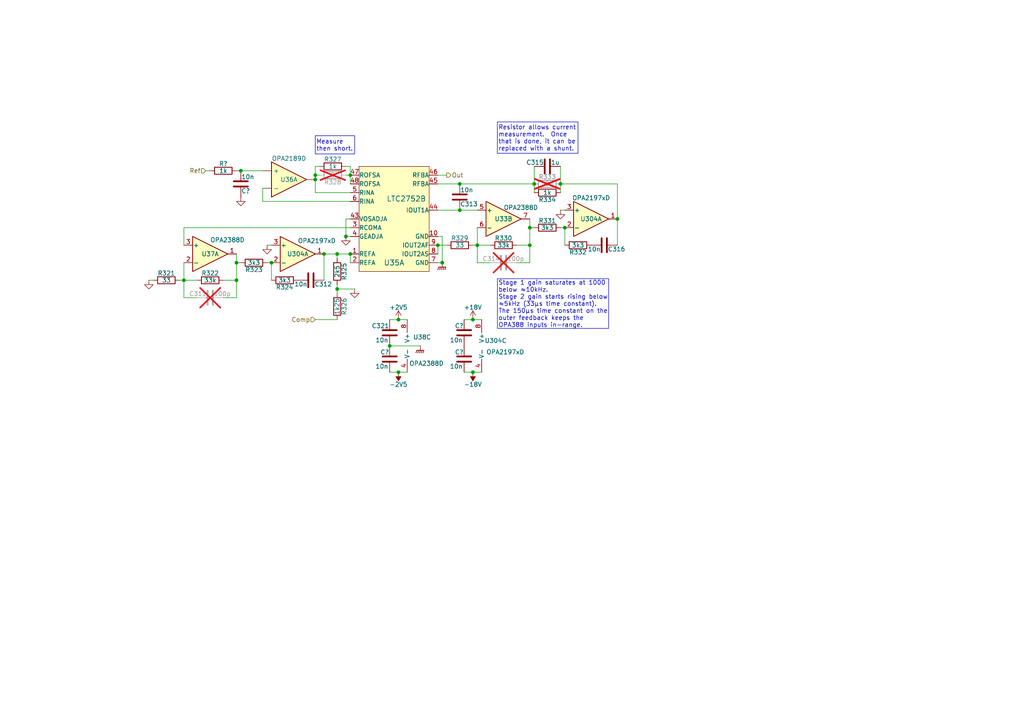
<source format=kicad_sch>
(kicad_sch (version 20250114) (generator "eeschema") (generator_version "9.0")
  (paper "A4")
  (lib_symbols
    (symbol "Amplifier_Operational:OPA2197xD" (pin_names (offset 0.127))
      (property "Reference" "U" (at 2.54 6.35 0))
      (property "Value" "OPA2197xD" (at 2.54 3.81 0))
      (symbol "OPA2197xD_1_1"
        (polyline (pts (xy 5.08 0) (xy -5.08 5.08) (xy -5.08 -5.08) (xy 5.08 0)) (stroke (width 0.254)) (fill (type background)))
        (pin input line (at -7.62 2.54 0) (length 2.54) (name "+") (number "3"))
        (pin input line (at -7.62 -2.54 0) (length 2.54) (name "-") (number "2"))
        (pin output line (at 7.62 0 180) (length 2.54) (name "~") (number "1"))
      )
      (symbol "OPA2197xD_2_1"
        (polyline (pts (xy 5.08 0) (xy -5.08 5.08) (xy -5.08 -5.08) (xy 5.08 0)) (stroke (width 0.254)) (fill (type background)))
        (pin input line (at -7.62 2.54 0) (length 2.54) (name "+") (number "5"))
        (pin input line (at -7.62 -2.54 0) (length 2.54) (name "-") (number "6"))
        (pin output line (at 7.62 0 180) (length 2.54) (name "~") (number "7"))
      )
      (symbol "OPA2197xD_3_1"
        (pin power_in line (at 0 7.62 270) (length 3.81) (name "V+") (number "8"))
        (pin power_in line (at 0 -7.62 90) (length 3.81) (name "V-") (number "4"))
      )
    )
    (symbol "Device:C" (pin_numbers (hide yes)) (pin_names (offset 0.254))
      (property "Reference" "C" (at 0.635 2.54 0))
      (property "Value" "C" (at 0.635 -2.54 0))
      (symbol "C_0_1"
        (polyline (pts (xy -2.032 0.762) (xy 2.032 0.762)) (stroke (width 0.508)))
        (polyline (pts (xy -2.032 -0.762) (xy 2.032 -0.762)) (stroke (width 0.508)))
      )
      (symbol "C_1_1"
        (pin passive line (at 0 3.81 270) (length 2.794) (name "~") (number "1"))
        (pin passive line (at 0 -3.81 90) (length 2.794) (name "~") (number "2"))
      )
    )
    (symbol "Device:R" (pin_numbers (hide yes)) (pin_names (offset 0))
      (property "Reference" "R" (at 2.032 0 90))
      (property "Value" "R" (at 0 0 90))
      (symbol "R_0_1"
        (rectangle (start -1.016 -2.54) (end 1.016 2.54) (stroke (width 0.254)))
      )
      (symbol "R_1_1"
        (pin passive line (at 0 3.81 270) (length 1.27) (name "~") (number "1"))
        (pin passive line (at 0 -3.81 90) (length 1.27) (name "~") (number "2"))
      )
    )
    (symbol "External:-18V" (power) (pin_numbers (hide yes)) (pin_names (offset 0) (hide yes))
      (property "Value" "-18V" (at 0 -3.556 0))
      (symbol "-18V_0_0"
        (pin power_in line (at 0 0 270) (length 0) (name "~") (number "1"))
      )
      (symbol "-18V_0_1"
        (polyline (pts (xy 0 0) (xy 0 -1.27) (xy -0.762 -1.27) (xy 0 -2.54) (xy 0.762 -1.27) (xy 0 -1.27)) (fill (type outline)))
      )
    )
    (symbol "Parts:+18V" (power) (pin_numbers (hide yes)) (pin_names (offset 0) (hide yes))
      (property "Value" "+18V" (at 0 3.556 0))
      (symbol "+18V_0_1"
        (polyline (pts (xy -0.762 1.27) (xy 0 2.54)))
        (polyline (pts (xy 0 2.54) (xy 0.762 1.27)))
        (polyline (pts (xy 0 0) (xy 0 2.54)))
      )
      (symbol "+18V_1_1"
        (pin power_in line (at 0 0 90) (length 0) (name "~") (number "1"))
      )
    )
    (symbol "Parts:LTC2752B_split" (pin_names (offset 0.002))
      (property "Reference" "U" (at 0 0 0))
      (property "Value" "LTC2752B" (at 3.048 6.096 0))
      (symbol "LTC2752B_split_0_1"
        (rectangle (start -10.16 15.24) (end 10.16 -15.24) (fill (type background)))
      )
      (symbol "LTC2752B_split_1_1"
        (pin passive line (at -12.7 12.7 0) (length 2.54) (name "ROFSA") (number "47"))
        (pin passive line (at -12.7 10.16 0) (length 2.54) (name "ROFSA") (number "48"))
        (pin input line (at -12.7 7.62 0) (length 2.54) (name "RINA") (number "5"))
        (pin input line (at -12.7 5.08 0) (length 2.54) (name "RINA") (number "6"))
        (pin passive line (at -12.7 0 0) (length 2.54) (name "VOSADJA") (number "43"))
        (pin passive line (at -12.7 -2.54 0) (length 2.54) (name "RCOMA") (number "3"))
        (pin passive line (at -12.7 -5.08 0) (length 2.54) (name "GEADJA") (number "4"))
        (pin passive line (at -12.7 -10.16 0) (length 2.54) (name "REFA") (number "1"))
        (pin passive line (at -12.7 -12.7 0) (length 2.54) (name "REFA") (number "2"))
        (pin passive line (at 12.7 12.7 180) (length 2.54) (name "RFBA") (number "46"))
        (pin passive line (at 12.7 10.16 180) (length 2.54) (name "RFBA") (number "45"))
        (pin passive line (at 12.7 2.54 180) (length 2.54) (name "IOUT1A") (number "44"))
        (pin power_in line (at 12.7 -5.08 180) (length 2.54) (name "GND") (number "10"))
        (pin passive line (at 12.7 -7.62 180) (length 2.54) (name "IOUT2AF") (number "9"))
        (pin passive line (at 12.7 -10.16 180) (length 2.54) (name "IOUT2AS") (number "8"))
        (pin power_in line (at 12.7 -12.7 180) (length 2.54) (name "GND") (number "7"))
      )
      (symbol "LTC2752B_split_2_1"
        (pin passive line (at -12.7 12.7 0) (length 2.54) (name "ROFSB") (number "37"))
        (pin passive line (at -12.7 10.16 0) (length 2.54) (name "ROFSB") (number "38"))
        (pin input line (at -12.7 7.62 0) (length 2.54) (name "RINB") (number "31"))
        (pin input line (at -12.7 5.08 0) (length 2.54) (name "RINB") (number "32"))
        (pin passive line (at -12.7 0 0) (length 2.54) (name "VOSADJB") (number "42"))
        (pin passive line (at -12.7 -2.54 0) (length 2.54) (name "RCOMB") (number "34"))
        (pin passive line (at -12.7 -5.08 0) (length 2.54) (name "GEADJB") (number "33"))
        (pin passive line (at -12.7 -10.16 0) (length 2.54) (name "REFB") (number "35"))
        (pin passive line (at -12.7 -12.7 0) (length 2.54) (name "REFB") (number "36"))
        (pin passive line (at 12.7 12.7 180) (length 2.54) (name "RFBB") (number "39"))
        (pin passive line (at 12.7 10.16 180) (length 2.54) (name "RFBB") (number "40"))
        (pin passive line (at 12.7 2.54 180) (length 2.54) (name "IOUT1B") (number "41"))
        (pin power_in line (at 12.7 -5.08 180) (length 2.54) (name "GND") (number "30"))
        (pin passive line (at 12.7 -7.62 180) (length 2.54) (name "IOUT2BS") (number "29"))
        (pin passive line (at 12.7 -10.16 180) (length 2.54) (name "IOUT2BF") (number "28"))
        (pin power_in line (at 12.7 -12.7 180) (length 2.54) (name "GND") (number "27"))
      )
      (symbol "LTC2752B_split_3_1"
        (pin input line (at -12.7 10.16 0) (length 2.54) (name "~{CS}/LD") (number "11"))
        (pin input line (at -12.7 7.62 0) (length 2.54) (name "SDI") (number "12"))
        (pin input line (at -12.7 5.08 0) (length 2.54) (name "SCK") (number "13"))
        (pin output line (at -12.7 2.54 0) (length 2.54) (name "SRO") (number "14"))
        (pin power_in line (at -12.7 -2.54 0) (length 2.54) (name "VDD") (number "16"))
        (pin power_in line (at -12.7 -10.16 0) (length 2.54) (name "GND") (number "15"))
        (pin power_in line (at -12.7 -10.16 0) (length 2.54) (hide yes) (name "GND") (number "17"))
        (pin power_in line (at -12.7 -10.16 0) (length 2.54) (hide yes) (name "GND") (number "18"))
        (pin input line (at 12.7 10.16 180) (length 2.54) (name "~{LDAC}") (number "26"))
        (pin output line (at 12.7 7.62 180) (length 2.54) (name "~{RFLAG}") (number "20"))
        (pin input line (at 12.7 5.08 180) (length 2.54) (name "~{CLR}") (number "19"))
        (pin input line (at 12.7 0 180) (length 2.54) (name "S2") (number "25"))
        (pin input line (at 12.7 -2.54 180) (length 2.54) (name "S1") (number "24"))
        (pin input line (at 12.7 -5.08 180) (length 2.54) (name "S0") (number "23"))
        (pin input line (at 12.7 -7.62 180) (length 2.54) (name "M-SPAN") (number "22"))
        (pin no_connect line (at 12.7 -10.16 180) (length 2.54) (name "DNC") (number "21"))
      )
    )
    (symbol "Parts:OPA2189D" (pin_numbers (hide yes))
      (property "Reference" "U" (at 0 0 0))
      (property "Value" "OPA2189D" (at 3.81 -3.81 0))
      (symbol "OPA2189D_1_1"
        (unit_name "A")
        (polyline (pts (xy -5.08 5.08) (xy 5.08 0) (xy -5.08 -5.08) (xy -5.08 5.08)) (stroke (width 0.254)) (fill (type background)))
        (pin input line (at -7.62 2.54 0) (length 2.54) (name "+") (number "3"))
        (pin input line (at -7.62 -2.54 0) (length 2.54) (name "-") (number "2"))
        (pin output line (at 7.62 0 180) (length 2.54) (name "~") (number "1"))
      )
      (symbol "OPA2189D_2_1"
        (unit_name "B")
        (polyline (pts (xy -5.08 5.08) (xy 5.08 0) (xy -5.08 -5.08) (xy -5.08 5.08)) (stroke (width 0.254)) (fill (type background)))
        (pin input line (at -7.62 2.54 0) (length 2.54) (name "+") (number "5"))
        (pin input line (at -7.62 -2.54 0) (length 2.54) (name "-") (number "6"))
        (pin output line (at 7.62 0 180) (length 2.54) (name "~") (number "7"))
      )
      (symbol "OPA2189D_3_1"
        (unit_name "Power")
        (rectangle (start -5.08 5.08) (end 5.08 -5.08) (fill (type background)))
        (pin power_in line (at 0 7.62 270) (length 2.54) (name "V+") (number "8"))
        (pin power_in line (at 0 -7.62 90) (length 2.54) (name "V-") (number "4"))
      )
    )
    (symbol "Parts:OPA2388D" (pin_names (offset 0.127))
      (property "Reference" "U" (at 2.54 6.35 0))
      (property "Value" "OPA2388D" (at 2.54 3.81 0))
      (symbol "OPA2388D_1_1"
        (polyline (pts (xy 5.08 0) (xy -5.08 5.08) (xy -5.08 -5.08) (xy 5.08 0)) (stroke (width 0.254)) (fill (type background)))
        (pin input line (at -7.62 2.54 0) (length 2.54) (name "+") (number "3"))
        (pin input line (at -7.62 -2.54 0) (length 2.54) (name "-") (number "2"))
        (pin output line (at 7.62 0 180) (length 2.54) (name "~") (number "1"))
      )
      (symbol "OPA2388D_2_1"
        (polyline (pts (xy 5.08 0) (xy -5.08 5.08) (xy -5.08 -5.08) (xy 5.08 0)) (stroke (width 0.254)) (fill (type background)))
        (pin input line (at -7.62 2.54 0) (length 2.54) (name "+") (number "5"))
        (pin input line (at -7.62 -2.54 0) (length 2.54) (name "-") (number "6"))
        (pin output line (at 7.62 0 180) (length 2.54) (name "~") (number "7"))
      )
      (symbol "OPA2388D_3_1"
        (pin power_in line (at 0 7.62 270) (length 3.81) (name "V+") (number "8"))
        (pin power_in line (at 0 -7.62 90) (length 3.81) (name "V-") (number "4"))
      )
    )
    (symbol "power:+2V5" (power) (pin_numbers (hide yes)) (pin_names (offset 0) (hide yes))
      (property "Value" "+2V5" (at 0 3.556 0))
      (symbol "+2V5_0_1"
        (polyline (pts (xy -0.762 1.27) (xy 0 2.54)))
        (polyline (pts (xy 0 2.54) (xy 0.762 1.27)))
        (polyline (pts (xy 0 0) (xy 0 2.54)))
      )
      (symbol "+2V5_1_1"
        (pin power_in line (at 0 0 90) (length 0) (name "~") (number "1"))
      )
    )
    (symbol "power:-2V5" (power) (pin_numbers (hide yes)) (pin_names (offset 0) (hide yes))
      (property "Value" "-2V5" (at 0 3.556 0))
      (symbol "-2V5_0_0"
        (pin power_in line (at 0 0 90) (length 0) (name "~") (number "1"))
      )
      (symbol "-2V5_0_1"
        (polyline (pts (xy 0 0) (xy 0 1.27) (xy 0.762 1.27) (xy 0 2.54) (xy -0.762 1.27) (xy 0 1.27)) (fill (type outline)))
      )
    )
    (symbol "power:GND" (power) (pin_numbers (hide yes)) (pin_names (offset 0) (hide yes))
      (property "Value" "GND" (at 0 -3.81 0))
      (symbol "GND_0_1"
        (polyline (pts (xy 0 0) (xy 0 -1.27) (xy 1.27 -1.27) (xy 0 -2.54) (xy -1.27 -1.27) (xy 0 -1.27)))
      )
      (symbol "GND_1_1"
        (pin power_in line (at 0 0 270) (length 0) (name "~") (number "1"))
      )
    )
    (symbol "power:GNDPWR" (power) (pin_numbers (hide yes)) (pin_names (offset 0) (hide yes))
      (property "Value" "GNDPWR" (at 0 -3.302 0))
      (symbol "GNDPWR_0_1"
        (polyline (pts (xy -1.016 -1.27) (xy -1.27 -2.032) (xy -1.27 -2.032)) (stroke (width 0.2032)))
        (polyline (pts (xy -0.508 -1.27) (xy -0.762 -2.032) (xy -0.762 -2.032)) (stroke (width 0.2032)))
        (polyline (pts (xy 0 -1.27) (xy 0 0)))
        (polyline (pts (xy 0 -1.27) (xy -0.254 -2.032) (xy -0.254 -2.032)) (stroke (width 0.2032)))
        (polyline (pts (xy 0.508 -1.27) (xy 0.254 -2.032) (xy 0.254 -2.032)) (stroke (width 0.2032)))
        (polyline (pts (xy 1.016 -1.27) (xy -1.016 -1.27) (xy -1.016 -1.27)) (stroke (width 0.2032)))
        (polyline (pts (xy 1.016 -1.27) (xy 0.762 -2.032) (xy 0.762 -2.032) (xy 0.762 -2.032)) (stroke (width 0.2032)))
      )
      (symbol "GNDPWR_1_1"
        (pin power_in line (at 0 0 270) (length 0) (name "~") (number "1"))
      )
    )
  )
  (text_box "Measure then short." (at 91.44 39.37 0) (size 11.43 5.2761) (margins 0.254 0.254 0.254 0.254) (effects (font (size 1.27 1.27)) (justify left)))
  (text_box "Resistor allows current measurement.  Once that is done, it can be replaced with a shunt." (at 144.2552 35.3639 0) (size 23.3848 9.0861) (margins 0.254 0.254 0.254 0.254) (effects (font (size 1.27 1.27)) (justify left)))
  (text_box "Stage 1 gain saturates at 1000 below ≈10kHz.\nStage 2 gain starts rising below ≈5kHz (33µs time constant).\nThe 150µs time constant on the outer feedback keeps the OPA388 inputs in-range." (at 144.2719 80.8299 0) (size 32.2581 14.4201) (margins 0.254 0.254 0.254 0.254) (effects (font (size 1.27 1.27)) (justify left)))
  (junction (at 101.6 50.8))
  (junction (at 97.79 83.82))
  (junction (at 115.57 92.71))
  (junction (at 68.58 81.28))
  (junction (at 101.6 73.66))
  (junction (at 91.44 52.07))
  (junction (at 138.43 71.12))
  (junction (at 133.35 60.96))
  (junction (at 115.57 107.95))
  (junction (at 78.74 76.2))
  (junction (at 93.98 73.66))
  (junction (at 53.34 81.28))
  (junction (at 153.67 71.12))
  (junction (at 100.33 68.58))
  (junction (at 91.44 50.8))
  (junction (at 128.27 76.2))
  (junction (at 163.83 66.04))
  (junction (at 137.16 92.71))
  (junction (at 153.67 66.04))
  (junction (at 68.58 76.2))
  (junction (at 154.94 53.34))
  (junction (at 162.56 53.34))
  (junction (at 179.07 63.5))
  (junction (at 113.03 100.33))
  (junction (at 97.79 73.66))
  (junction (at 137.16 107.95))
  (junction (at 133.35 53.34))
  (junction (at 127 71.12))
  (junction (at 69.85 49.53))
  (wire (pts (xy 179.07 71.12) (xy 179.07 63.5)))
  (wire (pts (xy 101.6 73.66) (xy 101.6 76.2)))
  (wire (pts (xy 101.6 48.26) (xy 101.6 50.8)))
  (wire (pts (xy 53.34 66.04) (xy 101.6 66.04)))
  (wire (pts (xy 179.07 63.5) (xy 179.07 53.34)))
  (wire (pts (xy 137.16 71.12) (xy 138.43 71.12)))
  (wire (pts (xy 154.94 66.04) (xy 153.67 66.04)))
  (wire (pts (xy 154.94 53.34) (xy 154.94 48.26)))
  (wire (pts (xy 91.44 55.88) (xy 101.6 55.88)))
  (wire (pts (xy 53.34 86.36) (xy 53.34 81.28)))
  (wire (pts (xy 153.67 66.04) (xy 153.67 63.5)))
  (wire (pts (xy 137.16 92.71) (xy 134.62 92.71)))
  (wire (pts (xy 68.58 76.2) (xy 69.85 76.2)))
  (wire (pts (xy 138.43 71.12) (xy 138.43 66.04)))
  (wire (pts (xy 100.33 63.5) (xy 101.6 63.5)))
  (wire (pts (xy 100.33 50.8) (xy 101.6 50.8)))
  (wire (pts (xy 153.67 71.12) (xy 153.67 66.04)))
  (wire (pts (xy 68.58 86.36) (xy 68.58 81.28)))
  (wire (pts (xy 115.57 92.71) (xy 118.11 92.71)))
  (wire (pts (xy 97.79 83.82) (xy 97.79 85.09)))
  (wire (pts (xy 127 76.2) (xy 128.27 76.2)))
  (wire (pts (xy 76.2 54.61) (xy 76.2 58.42)))
  (wire (pts (xy 59.69 49.53) (xy 60.96 49.53)))
  (wire (pts (xy 91.44 48.26) (xy 91.44 50.8)))
  (wire (pts (xy 53.34 71.12) (xy 53.34 66.04)))
  (wire (pts (xy 57.15 86.36) (xy 53.34 86.36)))
  (wire (pts (xy 153.67 71.12) (xy 149.86 71.12)))
  (wire (pts (xy 91.44 50.8) (xy 91.44 52.07)))
  (wire (pts (xy 133.35 53.34) (xy 154.94 53.34)))
  (wire (pts (xy 137.16 107.95) (xy 134.62 107.95)))
  (wire (pts (xy 149.86 76.2) (xy 153.67 76.2)))
  (wire (pts (xy 162.56 53.34) (xy 162.56 48.26)))
  (wire (pts (xy 162.56 60.96) (xy 163.83 60.96)))
  (wire (pts (xy 162.56 66.04) (xy 163.83 66.04)))
  (wire (pts (xy 68.58 49.53) (xy 69.85 49.53)))
  (wire (pts (xy 91.44 92.71) (xy 97.79 92.71)))
  (wire (pts (xy 102.87 83.82) (xy 97.79 83.82)))
  (wire (pts (xy 127 68.58) (xy 128.27 68.58)))
  (wire (pts (xy 153.67 76.2) (xy 153.67 71.12)))
  (wire (pts (xy 53.34 76.2) (xy 53.34 81.28)))
  (wire (pts (xy 53.34 81.28) (xy 57.15 81.28)))
  (wire (pts (xy 154.94 55.88) (xy 154.94 53.34)))
  (wire (pts (xy 91.44 48.26) (xy 92.71 48.26)))
  (wire (pts (xy 76.2 58.42) (xy 101.6 58.42)))
  (wire (pts (xy 127 71.12) (xy 127 73.66)))
  (wire (pts (xy 97.79 74.93) (xy 97.79 73.66)))
  (wire (pts (xy 115.57 107.95) (xy 118.11 107.95)))
  (wire (pts (xy 127 60.96) (xy 133.35 60.96)))
  (wire (pts (xy 163.83 71.12) (xy 163.83 66.04)))
  (wire (pts (xy 68.58 76.2) (xy 68.58 81.28)))
  (wire (pts (xy 127 71.12) (xy 129.54 71.12)))
  (wire (pts (xy 101.6 48.26) (xy 100.33 48.26)))
  (wire (pts (xy 91.44 50.8) (xy 92.71 50.8)))
  (wire (pts (xy 113.03 107.95) (xy 115.57 107.95)))
  (wire (pts (xy 100.33 68.58) (xy 100.33 63.5)))
  (wire (pts (xy 64.77 86.36) (xy 68.58 86.36)))
  (wire (pts (xy 97.79 73.66) (xy 101.6 73.66)))
  (wire (pts (xy 93.98 73.66) (xy 97.79 73.66)))
  (wire (pts (xy 128.27 68.58) (xy 128.27 76.2)))
  (wire (pts (xy 101.6 68.58) (xy 100.33 68.58)))
  (wire (pts (xy 69.85 49.53) (xy 76.2 49.53)))
  (wire (pts (xy 101.6 50.8) (xy 101.6 53.34)))
  (wire (pts (xy 139.7 107.95) (xy 137.16 107.95)))
  (wire (pts (xy 93.98 73.66) (xy 93.98 81.28)))
  (wire (pts (xy 113.03 100.33) (xy 121.92 100.33)))
  (wire (pts (xy 133.35 60.96) (xy 138.43 60.96)))
  (wire (pts (xy 97.79 82.55) (xy 97.79 83.82)))
  (wire (pts (xy 91.44 52.07) (xy 91.44 55.88)))
  (wire (pts (xy 127 50.8) (xy 129.54 50.8)))
  (wire (pts (xy 52.07 81.28) (xy 53.34 81.28)))
  (wire (pts (xy 162.56 53.34) (xy 179.07 53.34)))
  (wire (pts (xy 139.7 92.71) (xy 137.16 92.71)))
  (wire (pts (xy 68.58 81.28) (xy 64.77 81.28)))
  (wire (pts (xy 77.47 76.2) (xy 78.74 76.2)))
  (wire (pts (xy 138.43 76.2) (xy 138.43 71.12)))
  (wire (pts (xy 43.18 81.28) (xy 44.45 81.28)))
  (wire (pts (xy 68.58 76.2) (xy 68.58 73.66)))
  (wire (pts (xy 138.43 71.12) (xy 142.24 71.12)))
  (wire (pts (xy 78.74 81.28) (xy 78.74 76.2)))
  (wire (pts (xy 77.47 71.12) (xy 78.74 71.12)))
  (wire (pts (xy 162.56 55.88) (xy 162.56 53.34)))
  (wire (pts (xy 127 53.34) (xy 133.35 53.34)))
  (wire (pts (xy 142.24 76.2) (xy 138.43 76.2)))
  (wire (pts (xy 113.03 92.71) (xy 115.57 92.71)))
  (hierarchical_label "Comp" (shape input) (at 91.44 92.71 180))
  (hierarchical_label "Out" (shape output) (at 129.54 50.8 0))
  (hierarchical_label "Ref" (shape input) (at 59.69 49.53 180))
  (symbol (lib_id "Amplifier_Operational:OPA2197xD") (at 171.45 63.5 0) (unit 1)
    (property "Reference" "U304" (at 171.45 63.5 0))
    (property "Value" "OPA2197xD" (at 171.45 57.404 0))
    (property "Footprint" "Package_SO:SOIC-8_3.9x4.9mm_P1.27mm" (effects (hide yes)))
    (property "Datasheet" "http://www.ti.com/lit/ds/symlink/opa2197.pdf" (effects (hide yes)))
    (property "Description" "Dual 36V, Precision, Rail-to-Rail Input/Output, Low Offset Voltage, Operational Amplifier, SOIC-8" (effects (hide yes)))
  )
  (symbol (lib_id "Device:C") (at 113.03 96.52 0) (mirror y) (unit 1)
    (property "Reference" "C307" (at 112.903 95.25 0) (effects (justify left bottom)))
    (property "Value" "10n" (at 112.649 97.917 0) (effects (justify left top)))
    (property "Datasheet" "C0G" (effects (hide yes)))
    (property "Description" "Unpolarized capacitor" (effects (hide yes)))
    (instances (project "lincal" (path "" (reference "C321") (unit 1)) (path "" (reference "C347") (unit 1)) (path "" (reference "C367") (unit 1)) (path "" (reference "C307") (unit 1))))
  )
  (symbol (lib_id "power:GND") (at 43.18 81.28 0) (unit 1)
    (property "Reference" "#PWR029" (effects (hide yes)))
    (property "Value" "GND" (effects (hide yes)))
    (property "Description" "Power symbol creates a global label with name \"GND\" , ground" (effects (hide yes)))
    (instances (project "lincal" (path "" (reference "#PWR0256") (unit 1)) (path "" (reference "#PWR0267") (unit 1)) (path "" (reference "#PWR0278") (unit 1)) (path "" (reference "#PWR029") (unit 1))))
  )
  (symbol (lib_id "Device:R") (at 73.66 76.2 270) (unit 1)
    (property "Reference" "R303" (at 73.66 78.232 90))
    (property "Value" "3k3" (at 73.66 76.2 90))
    (property "Datasheet" "Easy swap" (effects (hide yes)))
    (property "Description" "Resistor" (effects (hide yes)))
    (instances (project "lincal" (path "" (reference "R323") (unit 1)) (path "" (reference "R343") (unit 1)) (path "" (reference "R363") (unit 1)) (path "" (reference "R303") (unit 1))))
  )
  (symbol (lib_id "Parts:OPA2388D") (at 146.05 63.5 0) (unit 2)
    (property "Reference" "U33" (at 146.05 63.5 0))
    (property "Value" "OPA2388D" (at 146.05 60.198 0) (effects (justify left)))
    (property "Footprint" "Package_SO:SOIC-8_3.9x4.9mm_P1.27mm" (effects (hide yes)))
    (property "Datasheet" "http://www.ti.com/lit/ds/symlink/opa2388.pdf" (effects (hide yes)))
    (property "Description" "Dual 5V, Precision, Rail-to-Rail Input/Output, Zero-drift, Operational Amplifier, SOIC-8" (effects (hide yes)))
  )
  (symbol (lib_id "Device:C") (at 90.17 81.28 270) (unit 1)
    (property "Reference" "C302" (at 91.186 82.423 90) (effects (justify left)))
    (property "Value" "10n" (at 89.154 82.423 90) (effects (justify right)))
    (property "Datasheet" "Easy swap" (effects (hide yes)))
    (property "Description" "Unpolarized capacitor" (effects (hide yes)))
    (instances (project "lincal" (path "" (reference "C312") (unit 1)) (path "" (reference "C342") (unit 1)) (path "" (reference "C362") (unit 1)) (path "" (reference "C302") (unit 1))))
  )
  (symbol (lib_id "Device:R") (at 158.75 53.34 270) (mirror x) (unit 1) (dnp yes)
    (property "Reference" "R313" (at 158.75 51.308 90))
    (property "Value" "0" (at 158.75 53.34 90))
    (property "Description" "Resistor" (effects (hide yes)))
    (instances (project "lincal" (path "" (reference "R333") (unit 1)) (path "" (reference "R353") (unit 1)) (path "" (reference "R373") (unit 1)) (path "" (reference "R313") (unit 1))))
  )
  (symbol (lib_id "power:+2V5") (at 115.57 92.71 0) (unit 1)
    (property "Reference" "#PWR0260" (effects (hide yes)))
    (property "Value" "+2V5" (at 115.57 89.154 0))
    (property "Description" "Power symbol creates a global label with name \"+2V5\"" (effects (hide yes)))
    (instances (project "lincal" (path "" (reference "#PWR0260") (unit 1)) (path "" (reference "#PWR0271") (unit 1)) (path "" (reference "#PWR0282") (unit 1)) (path "" (reference "#PWR0260") (unit 1))))
  )
  (symbol (lib_id "Device:R") (at 96.52 48.26 270) (mirror x) (unit 1)
    (property "Reference" "R307" (at 96.52 46.228 90))
    (property "Value" "1k" (at 96.52 48.26 90))
    (property "Description" "Resistor" (effects (hide yes)))
    (instances (project "lincal" (path "" (reference "R327") (unit 1)) (path "" (reference "R347") (unit 1)) (path "" (reference "R367") (unit 1)) (path "" (reference "R307") (unit 1))))
  )
  (symbol (lib_id "power:-2V5") (at 115.57 107.95 0) (mirror x) (unit 1)
    (property "Reference" "#PWR0261" (effects (hide yes)))
    (property "Value" "-2V5" (at 115.57 111.506 0))
    (property "Description" "Power symbol creates a global label with name \"-2V5\"" (effects (hide yes)))
    (instances (project "lincal" (path "" (reference "#PWR0261") (unit 1)) (path "" (reference "#PWR0272") (unit 1)) (path "" (reference "#PWR0283") (unit 1)) (path "" (reference "#PWR0261") (unit 1))))
  )
  (symbol (lib_id "power:GNDPWR") (at 128.27 76.2 0) (unit 1)
    (property "Reference" "#PWR049" (effects (hide yes)))
    (property "Value" "GNDPWR" (effects (hide yes)))
    (property "Description" "Power symbol creates a global label with name \"GNDPWR\" , global ground" (effects (hide yes)))
    (instances (project "lincal" (path "" (reference "#PWR0263") (unit 1)) (path "" (reference "#PWR0274") (unit 1)) (path "" (reference "#PWR0285") (unit 1)) (path "" (reference "#PWR049") (unit 1))))
  )
  (symbol (lib_id "Device:R") (at 82.55 81.28 270) (unit 1)
    (property "Reference" "R304" (at 82.55 83.312 90))
    (property "Value" "3k3" (at 82.55 81.28 90))
    (property "Datasheet" "Easy swap" (effects (hide yes)))
    (property "Description" "Resistor" (effects (hide yes)))
    (instances (project "lincal" (path "" (reference "R324") (unit 1)) (path "" (reference "R344") (unit 1)) (path "" (reference "R364") (unit 1)) (path "" (reference "R304") (unit 1))))
  )
  (symbol (lib_id "power:GND") (at 102.87 83.82 0) (mirror y) (unit 1)
    (property "Reference" "#PWR043" (effects (hide yes)))
    (property "Value" "GND" (effects (hide yes)))
    (property "Description" "Power symbol creates a global label with name \"GND\" , ground" (effects (hide yes)))
    (instances (project "lincal" (path "" (reference "#PWR0259") (unit 1)) (path "" (reference "#PWR0270") (unit 1)) (path "" (reference "#PWR0281") (unit 1)) (path "" (reference "#PWR043") (unit 1))))
  )
  (symbol (lib_id "Parts:LTC2752B_split") (at 114.3 63.5 0) (unit 1)
    (property "Reference" "U35" (at 114.3 76.2 0) (effects (font (size 1.524 1.524))))
    (property "Value" "LTC2752B" (at 117.856 57.658 0) (effects (font (size 1.524 1.524))))
    (property "Footprint" "Package_QFP:LQFP-48_7x7mm_P0.5mm" (effects (hide yes)))
    (property "Datasheet" "LTC2752ACLX-PBF" (effects (hide yes)))
  )
  (symbol (lib_id "Device:R") (at 48.26 81.28 270) (mirror x) (unit 1)
    (property "Reference" "R301" (at 48.26 79.248 90))
    (property "Value" "33" (at 48.26 81.28 90))
    (property "Datasheet" "Easy swap" (effects (hide yes)))
    (property "Description" "Resistor" (effects (hide yes)))
    (instances (project "lincal" (path "" (reference "R321") (unit 1)) (path "" (reference "R341") (unit 1)) (path "" (reference "R361") (unit 1)) (path "" (reference "R301") (unit 1))))
  )
  (symbol (lib_id "Device:R") (at 60.96 81.28 270) (mirror x) (unit 1)
    (property "Reference" "R302" (at 60.96 79.248 90))
    (property "Value" "33k" (at 60.96 81.28 90))
    (property "Datasheet" "Easy swap" (effects (hide yes)))
    (property "Description" "Resistor" (effects (hide yes)))
    (instances (project "lincal" (path "" (reference "R322") (unit 1)) (path "" (reference "R342") (unit 1)) (path "" (reference "R362") (unit 1)) (path "" (reference "R302") (unit 1))))
  )
  (symbol (lib_id "Device:C") (at 134.62 96.52 0) (mirror y) (unit 1)
    (property "Reference" "C?" (at 134.493 95.25 0) (effects (justify left bottom)))
    (property "Value" "10n" (at 134.239 97.917 0) (effects (justify left top)))
    (property "Datasheet" "C0G" (effects (hide yes)))
    (property "Description" "Unpolarized capacitor" (effects (hide yes)))
  )
  (symbol (lib_id "Device:C") (at 60.96 86.36 270) (mirror x) (unit 1) (dnp yes)
    (property "Reference" "C301" (at 59.944 85.217 90) (effects (justify right)))
    (property "Value" "100p" (at 61.976 85.217 90) (effects (justify left)))
    (property "Datasheet" "Easy swap" (effects (hide yes)))
    (property "Description" "Unpolarized capacitor" (effects (hide yes)))
    (instances (project "lincal" (path "" (reference "C311") (unit 1)) (path "" (reference "C341") (unit 1)) (path "" (reference "C361") (unit 1)) (path "" (reference "C301") (unit 1))))
  )
  (symbol (lib_id "Amplifier_Operational:OPA2197xD") (at 86.36 73.66 0) (unit 1)
    (property "Reference" "U304" (at 86.36 73.66 0))
    (property "Value" "OPA2197xD" (at 86.36 69.85 0) (effects (justify left)))
    (property "Footprint" "Package_SO:SOIC-8_3.9x4.9mm_P1.27mm" (effects (hide yes)))
    (property "Datasheet" "http://www.ti.com/lit/ds/symlink/opa2197.pdf" (effects (hide yes)))
    (property "Description" "Dual 36V, Precision, Rail-to-Rail Input/Output, Low Offset Voltage, Operational Amplifier, SOIC-8" (effects (hide yes)))
  )
  (symbol (lib_id "Device:R") (at 158.75 55.88 270) (unit 1)
    (property "Reference" "R314" (at 158.75 57.912 90))
    (property "Value" "1k" (at 158.75 55.88 90))
    (property "Description" "Resistor" (effects (hide yes)))
    (instances (project "lincal" (path "" (reference "R334") (unit 1)) (path "" (reference "R354") (unit 1)) (path "" (reference "R374") (unit 1)) (path "" (reference "R314") (unit 1))))
  )
  (symbol (lib_id "Device:R") (at 167.64 71.12 270) (unit 1)
    (property "Reference" "R332" (at 167.64 73.152 90))
    (property "Value" "3k3" (at 167.64 71.12 90))
    (property "Description" "Resistor" (effects (hide yes)))
  )
  (symbol (lib_id "Device:R") (at 96.52 50.8 270) (unit 1) (dnp yes)
    (property "Reference" "R308" (at 96.52 52.832 90))
    (property "Value" "0" (at 96.52 50.8 90))
    (property "Description" "Resistor" (effects (hide yes)))
    (instances (project "lincal" (path "" (reference "R328") (unit 1)) (path "" (reference "R348") (unit 1)) (path "" (reference "R368") (unit 1)) (path "" (reference "R308") (unit 1))))
  )
  (symbol (lib_id "power:GND") (at 69.85 57.15 0) (unit 1)
    (property "Reference" "#PWR025" (effects (hide yes)))
    (property "Value" "GND" (effects (hide yes)))
    (property "Description" "Power symbol creates a global label with name \"GND\" , ground" (effects (hide yes)))
    (instances (project "lincal" (path "" (reference "#PWR026") (unit 1)) (path "" (reference "#PWR027") (unit 1)) (path "" (reference "#PWR028") (unit 1)) (path "" (reference "#PWR025") (unit 1))))
  )
  (symbol (lib_id "power:GND") (at 100.33 68.58 0) (unit 1)
    (property "Reference" "#PWR044" (effects (hide yes)))
    (property "Value" "GND" (effects (hide yes)))
    (property "Description" "Power symbol creates a global label with name \"GND\" , ground" (effects (hide yes)))
    (instances (project "lincal" (path "" (reference "#PWR0258") (unit 1)) (path "" (reference "#PWR0269") (unit 1)) (path "" (reference "#PWR0280") (unit 1)) (path "" (reference "#PWR044") (unit 1))))
  )
  (symbol (lib_id "Device:C") (at 133.35 57.15 0) (unit 1)
    (property "Reference" "C303" (at 133.477 59.182 0) (effects (justify left)))
    (property "Value" "10n" (at 133.477 55.118 0) (effects (justify left)))
    (property "Datasheet" "C0G?" (effects (hide yes)))
    (property "Description" "Unpolarized capacitor" (effects (hide yes)))
    (instances (project "lincal" (path "" (reference "C313") (unit 1)) (path "" (reference "C343") (unit 1)) (path "" (reference "C363") (unit 1)) (path "" (reference "C303") (unit 1))))
  )
  (symbol (lib_id "Device:C") (at 175.26 71.12 270) (unit 1)
    (property "Reference" "C306" (at 176.276 72.263 90) (effects (justify left)))
    (property "Value" "10n" (at 174.244 72.263 90) (effects (justify right)))
    (property "Description" "Unpolarized capacitor" (effects (hide yes)))
    (instances (project "lincal" (path "" (reference "C316") (unit 1)) (path "" (reference "C345") (unit 1)) (path "" (reference "C366") (unit 1)) (path "" (reference "C306") (unit 1))))
  )
  (symbol (lib_id "Device:C") (at 113.03 104.14 0) (mirror y) (unit 1)
    (property "Reference" "C?" (at 112.903 102.87 0) (effects (justify left bottom)))
    (property "Value" "10n" (at 112.649 105.537 0) (effects (justify left top)))
    (property "Datasheet" "C0G" (effects (hide yes)))
    (property "Description" "Unpolarized capacitor" (effects (hide yes)))
  )
  (symbol (lib_id "Amplifier_Operational:OPA2197xD") (at 139.7 100.33 0) (unit 3)
    (property "Reference" "U304" (at 143.764 98.806 0))
    (property "Value" "OPA2197xD" (at 146.558 102.108 0))
    (property "Footprint" "Package_SO:SOIC-8_3.9x4.9mm_P1.27mm" (effects (hide yes)))
    (property "Datasheet" "http://www.ti.com/lit/ds/symlink/opa2197.pdf" (effects (hide yes)))
    (property "Description" "Dual 36V, Precision, Rail-to-Rail Input/Output, Low Offset Voltage, Operational Amplifier, SOIC-8" (effects (hide yes)))
  )
  (symbol (lib_id "Parts:OPA2189D") (at 83.82 52.07 0) (unit 1)
    (property "Reference" "U36" (at 83.82 52.07 0))
    (property "Value" "OPA2189D" (at 83.82 45.974 0))
    (property "Footprint" "Package_SO:SOIC-8_3.9x4.9mm_P1.27mm" (effects (hide yes)))
    (property "Datasheet" "http://www.ti.com/lit/ds/symlink/opa189.pdf" (effects (hide yes)))
  )
  (symbol (lib_id "Device:R") (at 133.35 71.12 270) (mirror x) (unit 1)
    (property "Reference" "R309" (at 133.35 69.088 90))
    (property "Value" "33" (at 133.35 71.12 90))
    (property "Datasheet" "Thin film or foil?" (effects (hide yes)))
    (property "Description" "Resistor" (effects (hide yes)))
    (instances (project "lincal" (path "" (reference "R329") (unit 1)) (path "" (reference "R349") (unit 1)) (path "" (reference "R369") (unit 1)) (path "" (reference "R309") (unit 1))))
  )
  (symbol (lib_id "Device:C") (at 69.85 53.34 0) (unit 1)
    (property "Reference" "C?" (at 69.977 55.372 0) (effects (justify left)))
    (property "Value" "10n" (at 69.977 51.308 0) (effects (justify left)))
    (property "Datasheet" "C0G?" (effects (hide yes)))
    (property "Description" "Unpolarized capacitor" (effects (hide yes)))
  )
  (symbol (lib_id "power:GND") (at 77.47 71.12 0) (mirror y) (unit 1)
    (property "Reference" "#PWR0542" (effects (hide yes)))
    (property "Value" "GND" (effects (hide yes)))
    (property "Description" "Power symbol creates a global label with name \"GND\" , ground" (effects (hide yes)))
    (instances (project "lincal" (path "" (reference "#PWR0257") (unit 1)) (path "" (reference "#PWR0268") (unit 1)) (path "" (reference "#PWR0279") (unit 1)) (path "" (reference "#PWR0542") (unit 1))))
  )
  (symbol (lib_id "Device:R") (at 158.75 66.04 270) (mirror x) (unit 1)
    (property "Reference" "R331" (at 158.75 64.008 90))
    (property "Value" "3k3" (at 158.75 66.04 90))
    (property "Description" "Resistor" (effects (hide yes)))
  )
  (symbol (lib_id "Device:R") (at 64.77 49.53 270) (mirror x) (unit 1)
    (property "Reference" "R?" (at 64.77 47.498 90))
    (property "Value" "1k" (at 64.77 49.53 90))
    (property "Description" "Resistor" (effects (hide yes)))
  )
  (symbol (lib_id "Device:R") (at 97.79 78.74 0) (unit 1)
    (property "Reference" "R305" (at 99.822 78.74 90))
    (property "Value" "2k5" (at 97.79 78.74 90))
    (property "Datasheet" "Thin film or foil?" (effects (hide yes)))
    (property "Description" "Resistor" (effects (hide yes)))
    (instances (project "lincal" (path "" (reference "R325") (unit 1)) (path "" (reference "R345") (unit 1)) (path "" (reference "R365") (unit 1)) (path "" (reference "R305") (unit 1))))
  )
  (symbol (lib_id "power:GNDPWR") (at 121.92 100.33 0) (unit 1)
    (property "Reference" "#PWR0251" (effects (hide yes)))
    (property "Value" "GNDPWR" (effects (hide yes)))
    (property "Description" "Power symbol creates a global label with name \"GNDPWR\" , global ground" (effects (hide yes)))
    (instances (project "lincal" (path "" (reference "#PWR0262") (unit 1)) (path "" (reference "#PWR0273") (unit 1)) (path "" (reference "#PWR0284") (unit 1)) (path "" (reference "#PWR0251") (unit 1))))
  )
  (symbol (lib_id "Parts:OPA2388D") (at 60.96 73.66 0) (unit 1)
    (property "Reference" "U37" (at 60.96 73.66 0))
    (property "Value" "OPA2388D" (at 60.96 69.596 0) (effects (justify left)))
    (property "Footprint" "Package_SO:SOIC-8_3.9x4.9mm_P1.27mm" (effects (hide yes)))
    (property "Datasheet" "http://www.ti.com/lit/ds/symlink/opa2388.pdf" (effects (hide yes)))
    (property "Description" "Dual 5V, Precision, Rail-to-Rail Input/Output, Zero-drift, Operational Amplifier, SOIC-8" (effects (hide yes)))
  )
  (symbol (lib_id "Device:C") (at 158.75 48.26 270) (mirror x) (unit 1)
    (property "Reference" "C305" (at 157.734 47.117 90) (effects (justify right)))
    (property "Value" "1u" (at 159.766 47.117 90) (effects (justify left)))
    (property "Description" "Unpolarized capacitor" (effects (hide yes)))
    (instances (project "lincal" (path "" (reference "C315") (unit 1)) (path "" (reference "C346") (unit 1)) (path "" (reference "C365") (unit 1)) (path "" (reference "C305") (unit 1))))
  )
  (symbol (lib_id "power:GND") (at 162.56 60.96 0) (mirror y) (unit 1)
    (property "Reference" "#PWR0309" (effects (hide yes)))
    (property "Value" "GND" (effects (hide yes)))
    (property "Description" "Power symbol creates a global label with name \"GND\" , ground" (effects (hide yes)))
    (instances (project "lincal" (path "" (reference "#PWR0310") (unit 1)) (path "" (reference "#PWR0311") (unit 1)) (path "" (reference "#PWR0312") (unit 1)) (path "" (reference "#PWR0309") (unit 1))))
  )
  (symbol (lib_id "Device:C") (at 146.05 76.2 270) (mirror x) (unit 1) (dnp yes)
    (property "Reference" "C304" (at 145.034 75.057 90) (effects (justify right)))
    (property "Value" "100p" (at 147.066 75.057 90) (effects (justify left)))
    (property "Description" "Unpolarized capacitor" (effects (hide yes)))
    (instances (project "lincal" (path "" (reference "C314") (unit 1)) (path "" (reference "C344") (unit 1)) (path "" (reference "C364") (unit 1)) (path "" (reference "C304") (unit 1))))
  )
  (symbol (lib_id "Device:C") (at 134.62 104.14 0) (mirror y) (unit 1)
    (property "Reference" "C?" (at 134.493 102.87 0) (effects (justify left bottom)))
    (property "Value" "10n" (at 134.239 105.537 0) (effects (justify left top)))
    (property "Datasheet" "C0G" (effects (hide yes)))
    (property "Description" "Unpolarized capacitor" (effects (hide yes)))
  )
  (symbol (lib_id "Device:R") (at 146.05 71.12 270) (mirror x) (unit 1)
    (property "Reference" "R310" (at 146.05 69.088 90))
    (property "Value" "33k" (at 146.05 71.12 90))
    (property "Datasheet" "Thin film or foil?" (effects (hide yes)))
    (property "Description" "Resistor" (effects (hide yes)))
    (instances (project "lincal" (path "" (reference "R330") (unit 1)) (path "" (reference "R350") (unit 1)) (path "" (reference "R370") (unit 1)) (path "" (reference "R310") (unit 1))))
  )
  (symbol (lib_id "Device:R") (at 97.79 88.9 0) (unit 1)
    (property "Reference" "R306" (at 99.822 88.9 90))
    (property "Value" "1k25" (at 97.79 88.9 90))
    (property "Datasheet" "Thin film or foil?" (effects (hide yes)))
    (property "Description" "Resistor" (effects (hide yes)))
    (instances (project "lincal" (path "" (reference "R326") (unit 1)) (path "" (reference "R346") (unit 1)) (path "" (reference "R366") (unit 1)) (path "" (reference "R306") (unit 1))))
  )
  (symbol (lib_id "Parts:+18V") (at 137.16 92.71 0) (unit 1)
    (property "Reference" "#PWR0264" (effects (hide yes)))
    (property "Value" "+18V" (at 137.16 89.154 0))
    (property "Description" "Power symbol creates a global label with name {dblquote}+18V{dblquote}" (effects (hide yes)))
    (instances (project "lincal" (path "" (reference "#PWR0264") (unit 1)) (path "" (reference "#PWR0275") (unit 1)) (path "" (reference "#PWR0286") (unit 1)) (path "" (reference "#PWR0264") (unit 1))))
  )
  (symbol (lib_id "External:-18V") (at 137.16 107.95 0) (mirror y) (unit 1)
    (property "Reference" "#PWR0265" (effects (hide yes)))
    (property "Value" "-18V" (at 137.16 111.506 0))
    (property "Description" "Power symbol creates a global label with name \"-18V\"" (effects (hide yes)))
    (instances (project "lincal" (path "" (reference "#PWR0265") (unit 1)) (path "" (reference "#PWR0276") (unit 1)) (path "" (reference "#PWR0287") (unit 1)) (path "" (reference "#PWR0265") (unit 1))))
  )
  (symbol (lib_id "Parts:OPA2388D") (at 118.11 100.33 0) (unit 3)
    (property "Reference" "U38" (at 122.428 97.79 0))
    (property "Value" "OPA2388D" (at 123.698 105.41 0))
    (property "Footprint" "Package_SO:SOIC-8_3.9x4.9mm_P1.27mm" (effects (hide yes)))
    (property "Datasheet" "http://www.ti.com/lit/ds/symlink/opa2388.pdf" (effects (hide yes)))
    (property "Description" "Dual 5V, Precision, Rail-to-Rail Input/Output, Zero-drift, Operational Amplifier, SOIC-8" (effects (hide yes)))
  )
)
</source>
